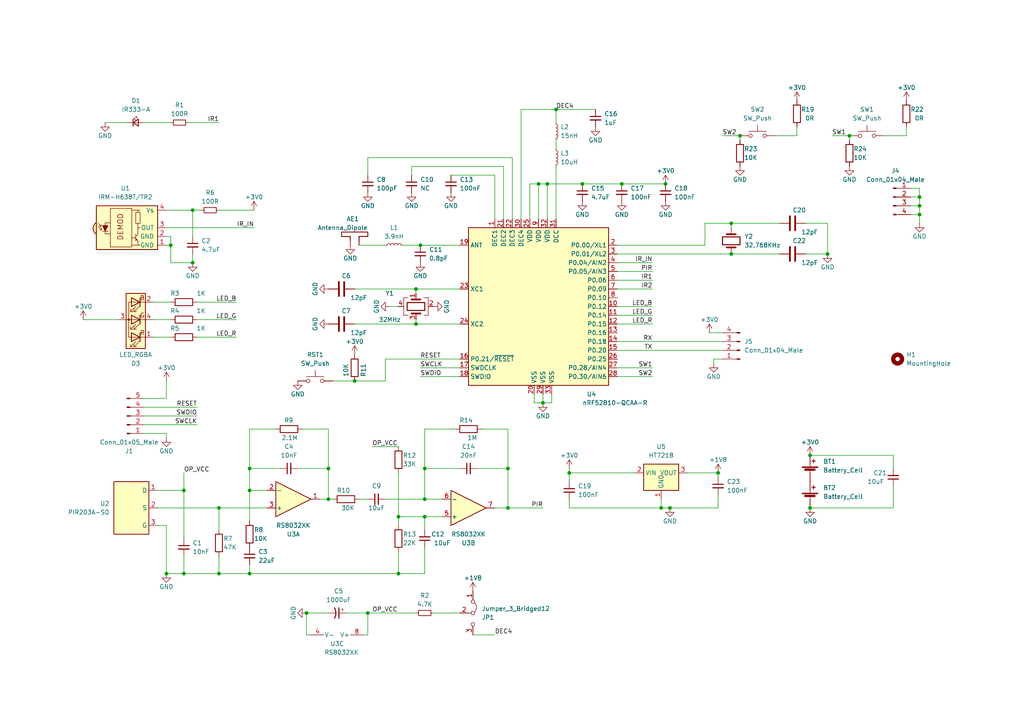
<source format=kicad_sch>
(kicad_sch (version 20211123) (generator eeschema)
  (paper "A4")
  (lib_symbols
    (symbol "Amplifier_Operational:LM358" (pin_names (offset 0.127))
      (property "Reference" "U" (at 0 5.08 0))
      (property "Value" "LM358" (at 0 -5.08 0))
      (symbol "LM358_1_1"
        (pin output line (at 7.62 0 180) (length 2.54) (name "~") (number "1"))
        (pin input line (at -7.62 -2.54 0) (length 2.54) (name "-") (number "2"))
        (pin input line (at -7.62 2.54 0) (length 2.54) (name "+") (number "3"))
      )
      (symbol "LM358_2_1"
        (pin input line (at -7.62 2.54 0) (length 2.54) (name "+") (number "5"))
        (pin input line (at -7.62 -2.54 0) (length 2.54) (name "-") (number "6"))
        (pin output line (at 7.62 0 180) (length 2.54) (name "~") (number "7"))
      )
      (symbol "LM358_3_1"
        (pin power_in line (at -2.54 -7.62 90) (length 3.81) (name "V-") (number "4"))
        (pin power_in line (at -2.54 7.62 270) (length 3.81) (name "V+") (number "8"))
      )
    )
    (symbol "Connector:Conn_01x04_Male" (pin_names (offset 1.016) hide)
      (property "Reference" "J" (at 0 5.08 0))
      (property "Value" "Conn_01x04_Male" (at 0 -7.62 0))
      (symbol "Conn_01x04_Male_1_1"
        (pin passive line (at 5.08 2.54 180) (length 3.81) (name "Pin_1") (number "1"))
        (pin passive line (at 5.08 0 180) (length 3.81) (name "Pin_2") (number "2"))
        (pin passive line (at 5.08 -2.54 180) (length 3.81) (name "Pin_3") (number "3"))
        (pin passive line (at 5.08 -5.08 180) (length 3.81) (name "Pin_4") (number "4"))
      )
    )
    (symbol "Connector:Conn_01x05_Male" (pin_names (offset 1.016) hide)
      (property "Reference" "J" (at 0 7.62 0))
      (property "Value" "Conn_01x05_Male" (at 0 -7.62 0))
      (symbol "Conn_01x05_Male_1_1"
        (pin passive line (at 5.08 5.08 180) (length 3.81) (name "Pin_1") (number "1"))
        (pin passive line (at 5.08 2.54 180) (length 3.81) (name "Pin_2") (number "2"))
        (pin passive line (at 5.08 0 180) (length 3.81) (name "Pin_3") (number "3"))
        (pin passive line (at 5.08 -2.54 180) (length 3.81) (name "Pin_4") (number "4"))
        (pin passive line (at 5.08 -5.08 180) (length 3.81) (name "Pin_5") (number "5"))
      )
    )
    (symbol "Device:Antenna_Dipole" (pin_numbers hide) (pin_names (offset 1.016) hide)
      (property "Reference" "AE" (at 1.27 1.27 0))
      (property "Value" "Antenna_Dipole" (at 1.27 0 0))
      (symbol "Antenna_Dipole_1_1"
        (pin input line (at 0 -5.08 90) (length 2.54) (name "~") (number "1"))
        (pin input line (at 2.54 -5.08 90) (length 2.54) (name "~") (number "2"))
      )
    )
    (symbol "Device:Battery_Cell" (pin_numbers hide) (pin_names (offset 0) hide)
      (property "Reference" "BT" (at 2.54 2.54 0))
      (property "Value" "Battery_Cell" (at 2.54 0 0))
      (symbol "Battery_Cell_1_1"
        (pin passive line (at 0 5.08 270) (length 2.54) (name "+") (number "1"))
        (pin passive line (at 0 -2.54 90) (length 2.54) (name "-") (number "2"))
      )
    )
    (symbol "Device:C" (pin_numbers hide) (pin_names (offset 0.254))
      (property "Reference" "C" (at 0.635 2.54 0))
      (property "Value" "C" (at 0.635 -2.54 0))
      (symbol "C_1_1"
        (pin passive line (at 0 3.81 270) (length 2.794) (name "~") (number "1"))
        (pin passive line (at 0 -3.81 90) (length 2.794) (name "~") (number "2"))
      )
    )
    (symbol "Device:C_Polarized_Small_US" (pin_numbers hide) (pin_names (offset 0.254) hide)
      (property "Reference" "C" (at 0.254 1.778 0))
      (property "Value" "C_Polarized_Small_US" (at 0.254 -2.032 0))
      (symbol "C_Polarized_Small_US_1_1"
        (pin passive line (at 0 2.54 270) (length 2.032) (name "~") (number "1"))
        (pin passive line (at 0 -2.54 90) (length 2.032) (name "~") (number "2"))
      )
    )
    (symbol "Device:C_Small" (pin_numbers hide) (pin_names (offset 0.254) hide)
      (property "Reference" "C" (at 0.254 1.778 0))
      (property "Value" "C_Small" (at 0.254 -2.032 0))
      (symbol "C_Small_1_1"
        (pin passive line (at 0 2.54 270) (length 2.032) (name "~") (number "1"))
        (pin passive line (at 0 -2.54 90) (length 2.032) (name "~") (number "2"))
      )
    )
    (symbol "Device:Crystal" (pin_numbers hide) (pin_names (offset 1.016) hide)
      (property "Reference" "Y" (at 0 3.81 0))
      (property "Value" "Crystal" (at 0 -3.81 0))
      (symbol "Crystal_1_1"
        (pin passive line (at -3.81 0 0) (length 1.27) (name "1") (number "1"))
        (pin passive line (at 3.81 0 180) (length 1.27) (name "2") (number "2"))
      )
    )
    (symbol "Device:Crystal_GND24" (pin_names (offset 1.016) hide)
      (property "Reference" "Y" (at 3.175 5.08 0))
      (property "Value" "Crystal_GND24" (at 3.175 3.175 0))
      (symbol "Crystal_GND24_1_1"
        (pin passive line (at -3.81 0 0) (length 1.27) (name "1") (number "1"))
        (pin passive line (at 0 5.08 270) (length 1.27) (name "2") (number "2"))
        (pin passive line (at 3.81 0 180) (length 1.27) (name "3") (number "3"))
        (pin passive line (at 0 -5.08 90) (length 1.27) (name "4") (number "4"))
      )
    )
    (symbol "Device:LED_RGBA" (pin_names (offset 0) hide)
      (property "Reference" "D1" (at 0 12.7 0))
      (property "Value" "LED_RGBA" (at 0 10.16 0))
      (symbol "LED_RGBA_0_0"
        (text "B" (at -1.905 -6.35 0) (effects (font (size 1.27 1.27))))
        (text "G" (at -1.905 -1.27 0) (effects (font (size 1.27 1.27))))
        (text "R" (at -1.905 3.81 0) (effects (font (size 1.27 1.27))))
      )
      (symbol "LED_RGBA_1_1"
        (pin passive line (at -5.08 5.08 0) (length 2.54) (name "RK") (number "1"))
        (pin passive line (at -5.08 -5.08 0) (length 2.54) (name "BK") (number "2"))
        (pin passive line (at 5.08 0 180) (length 2.54) (name "A") (number "3"))
        (pin passive line (at -5.08 0 0) (length 2.54) (name "GK") (number "4"))
      )
    )
    (symbol "Device:LED_Small" (pin_numbers hide) (pin_names (offset 0.254) hide)
      (property "Reference" "D" (at -1.27 3.175 0))
      (property "Value" "LED_Small" (at -4.445 -2.54 0))
      (symbol "LED_Small_1_1"
        (pin passive line (at -2.54 0 0) (length 1.778) (name "K") (number "1"))
        (pin passive line (at 2.54 0 180) (length 1.778) (name "A") (number "2"))
      )
    )
    (symbol "Device:L_Small" (pin_numbers hide) (pin_names (offset 0.254) hide)
      (property "Reference" "L" (at 0.762 1.016 0))
      (property "Value" "L_Small" (at 0.762 -1.016 0))
      (symbol "L_Small_1_1"
        (pin passive line (at 0 2.54 270) (length 0.508) (name "~") (number "1"))
        (pin passive line (at 0 -2.54 90) (length 0.508) (name "~") (number "2"))
      )
    )
    (symbol "Device:R" (pin_numbers hide) (pin_names (offset 0))
      (property "Reference" "R" (at 2.032 0 90))
      (property "Value" "R" (at 0 0 90))
      (symbol "R_1_1"
        (pin passive line (at 0 3.81 270) (length 1.27) (name "~") (number "1"))
        (pin passive line (at 0 -3.81 90) (length 1.27) (name "~") (number "2"))
      )
    )
    (symbol "Device:R_Small" (pin_numbers hide) (pin_names (offset 0.254) hide)
      (property "Reference" "R" (at 0.762 0.508 0))
      (property "Value" "R_Small" (at 0.762 -1.016 0))
      (symbol "R_Small_1_1"
        (pin passive line (at 0 2.54 270) (length 0.762) (name "~") (number "1"))
        (pin passive line (at 0 -2.54 90) (length 0.762) (name "~") (number "2"))
      )
    )
    (symbol "Interface_Optical:TSOP23xx" (pin_names (offset 1.016))
      (property "Reference" "U?" (at -1.735 11.43 0))
      (property "Value" "IRM-H638T/TR2" (at -1.735 8.89 0))
      (symbol "TSOP23xx_0_0"
        (text "DEMOD" (at -3.175 0.254 900) (effects (font (size 1.524 1.524))))
      )
      (symbol "TSOP23xx_1_1"
        (pin power_in line (at 10.16 -5.08 180) (length 2.54) (name "GND") (number "1"))
        (pin power_in line (at 10.16 -2.54 180) (length 2.54) (name "GND") (number "2"))
        (pin output line (at 10.16 0 180) (length 2.54) (name "OUT") (number "3"))
        (pin power_in line (at 10.16 5.08 180) (length 2.54) (name "Vs") (number "4"))
      )
    )
    (symbol "Jumper:Jumper_3_Bridged12" (pin_names (offset 0) hide)
      (property "Reference" "JP" (at -2.54 -2.54 0))
      (property "Value" "Jumper_3_Bridged12" (at 0 2.794 0))
      (symbol "Jumper_3_Bridged12_1_1"
        (pin passive line (at -6.35 0 0) (length 2.54) (name "A") (number "1"))
        (pin input line (at 0 -3.81 90) (length 2.54) (name "C") (number "2"))
        (pin passive line (at 6.35 0 180) (length 2.54) (name "B") (number "3"))
      )
    )
    (symbol "MCU_Nordic:nRF52810-QCxx"
      (property "Reference" "U4" (at 2.0194 -25.4 0))
      (property "Value" "nRF52810-QCAA-R" (at 2.0194 -27.94 0))
      (symbol "nRF52810-QCxx_1_1"
        (pin passive line (at -12.7 25.4 270) (length 2.54) (name "DEC1") (number "1"))
        (pin bidirectional line (at 22.86 0 180) (length 2.54) (name "P0.12") (number "10"))
        (pin bidirectional line (at 22.86 -2.54 180) (length 2.54) (name "P0.14") (number "11"))
        (pin bidirectional line (at 22.86 -5.08 180) (length 2.54) (name "P0.15") (number "12"))
        (pin bidirectional line (at 22.86 -7.62 180) (length 2.54) (name "P0.16") (number "13"))
        (pin bidirectional line (at 22.86 -10.16 180) (length 2.54) (name "P0.18") (number "14"))
        (pin bidirectional line (at 22.86 -12.7 180) (length 2.54) (name "P0.20") (number "15"))
        (pin bidirectional line (at -22.86 -15.24 0) (length 2.54) (name "P0.21/~{RESET}") (number "16"))
        (pin input line (at -22.86 -17.78 0) (length 2.54) (name "SWDCLK") (number "17"))
        (pin bidirectional line (at -22.86 -20.32 0) (length 2.54) (name "SWDIO") (number "18"))
        (pin passive line (at -22.86 17.78 0) (length 2.54) (name "ANT") (number "19"))
        (pin bidirectional line (at 22.86 17.78 180) (length 2.54) (name "P0.00/XL1") (number "2"))
        (pin power_in line (at -1.27 -25.4 90) (length 2.54) (name "VSS") (number "20"))
        (pin passive line (at -10.16 25.4 270) (length 2.54) (name "DEC2") (number "21"))
        (pin passive line (at -7.62 25.4 270) (length 2.54) (name "DEC3") (number "22"))
        (pin input line (at -22.86 5.08 0) (length 2.54) (name "XC1") (number "23"))
        (pin input line (at -22.86 -5.08 0) (length 2.54) (name "XC2") (number "24"))
        (pin power_in line (at -2.54 25.4 270) (length 2.54) (name "VDD") (number "25"))
        (pin bidirectional line (at 22.86 -15.24 180) (length 2.54) (name "P0.25") (number "26"))
        (pin bidirectional line (at 22.86 -17.78 180) (length 2.54) (name "P0.28/AIN4") (number "27"))
        (pin bidirectional line (at 22.86 -20.32 180) (length 2.54) (name "P0.30/AIN6") (number "28"))
        (pin power_in line (at 1.27 -25.4 90) (length 2.54) (name "VSS") (number "29"))
        (pin bidirectional line (at 22.86 15.24 180) (length 2.54) (name "P0.01/XL2") (number "3"))
        (pin passive line (at -5.08 25.4 270) (length 2.54) (name "DEC4") (number "30"))
        (pin power_out line (at 5.08 25.4 270) (length 2.54) (name "DCC") (number "31"))
        (pin power_in line (at 2.54 25.4 270) (length 2.54) (name "VDD") (number "32"))
        (pin power_in line (at 3.81 -25.4 90) (length 2.54) (name "VSS") (number "33"))
        (pin bidirectional line (at 22.86 12.7 180) (length 2.54) (name "P0.04/AIN2") (number "4"))
        (pin bidirectional line (at 22.86 10.16 180) (length 2.54) (name "P0.05/AIN3") (number "5"))
        (pin bidirectional line (at 22.86 7.62 180) (length 2.54) (name "P0.06") (number "6"))
        (pin bidirectional line (at 22.86 5.08 180) (length 2.54) (name "P0.09") (number "7"))
        (pin bidirectional line (at 22.86 2.54 180) (length 2.54) (name "P0.10") (number "8"))
        (pin power_in line (at 0 25.4 270) (length 2.54) (name "VDD") (number "9"))
      )
    )
    (symbol "Mechanical:MountingHole" (pin_names (offset 1.016))
      (property "Reference" "H" (at 0 5.08 0))
      (property "Value" "MountingHole" (at 0 3.175 0))
    )
    (symbol "Regulator_Linear:HT75xx-1-SOT89"
      (property "Reference" "U" (at -5.08 -3.81 0))
      (property "Value" "HT75xx-1-SOT89" (at 0 6.35 0))
      (symbol "HT75xx-1-SOT89_1_1"
        (pin power_in line (at 0 -5.08 90) (length 2.54) (name "GND") (number "1"))
        (pin power_in line (at -7.62 2.54 0) (length 2.54) (name "VIN") (number "2"))
        (pin power_out line (at 7.62 2.54 180) (length 2.54) (name "VOUT") (number "3"))
      )
    )
    (symbol "Sensor_Magnetic:A1101ELHL"
      (property "Reference" "U?" (at -6.35 1.2701 0))
      (property "Value" "PIR203A-S0" (at -6.35 -1.2699 0))
      (symbol "A1101ELHL_1_1"
        (pin passive line (at 7.62 5.08 180) (length 2.54) (name "D") (number "1"))
        (pin passive line (at 7.62 0 180) (length 2.54) (name "S") (number "2"))
        (pin passive line (at 7.62 -5.08 180) (length 2.54) (name "G") (number "3"))
      )
    )
    (symbol "Switch:SW_Push" (pin_numbers hide) (pin_names (offset 1.016) hide)
      (property "Reference" "SW" (at 1.27 2.54 0))
      (property "Value" "SW_Push" (at 0 -1.524 0))
      (symbol "SW_Push_0_1"
        (pin passive line (at -5.08 0 0) (length 2.54) (name "1") (number "1"))
        (pin passive line (at 5.08 0 180) (length 2.54) (name "2") (number "2"))
      )
    )
    (symbol "power:+1V8" (power) (pin_names (offset 0))
      (property "Value" "+1V8" (at 0 3.556 0))
      (symbol "+1V8_1_1"
        (pin power_in line (at 0 0 90) (length 0) hide (name "+1V8") (number "1"))
      )
    )
    (symbol "power:+3V0" (power) (pin_names (offset 0))
      (property "Value" "+3V0" (at 0 3.556 0))
      (symbol "+3V0_1_1"
        (pin power_in line (at 0 0 90) (length 0) hide (name "+3V0") (number "1"))
      )
    )
    (symbol "power:GND" (power) (pin_names (offset 0))
      (property "Value" "GND" (at 0 -3.81 0))
      (symbol "GND_1_1"
        (pin power_in line (at 0 0 270) (length 0) hide (name "GND") (number "1"))
      )
    )
  )
  (junction (at 88.9 177.8))
  (junction (at 161.29 31.75))
  (junction (at 191.77 147.32))
  (junction (at 266.7 59.69))
  (junction (at 246.38 39.37))
  (junction (at 193.04 53.34))
  (junction (at 95.25 135.89))
  (junction (at 208.28 137.16))
  (junction (at 49.53 71.12))
  (junction (at 214.63 39.37))
  (junction (at 63.5 147.32))
  (junction (at 123.19 149.86))
  (junction (at 165.1 137.16))
  (junction (at 102.87 110.49))
  (junction (at 240.03 73.66))
  (junction (at 147.32 147.32))
  (junction (at 212.09 73.66))
  (junction (at 120.65 93.98))
  (junction (at 156.21 53.34))
  (junction (at 72.39 135.89))
  (junction (at 115.57 166.37))
  (junction (at 115.57 149.86))
  (junction (at 72.39 142.24))
  (junction (at 180.34 53.34))
  (junction (at 266.7 57.15))
  (junction (at 72.39 166.37))
  (junction (at 157.48 116.84))
  (junction (at 123.19 135.89))
  (junction (at 55.88 60.96))
  (junction (at 120.65 83.82))
  (junction (at 63.5 166.37))
  (junction (at 106.68 177.8))
  (junction (at 121.92 71.12))
  (junction (at 147.32 135.89))
  (junction (at 95.25 144.78))
  (junction (at 48.26 166.37))
  (junction (at 234.95 132.08))
  (junction (at 212.09 64.77))
  (junction (at 53.34 166.37))
  (junction (at 123.19 144.78))
  (junction (at 266.7 62.23))
  (junction (at 194.31 147.32))
  (junction (at 158.75 53.34))
  (junction (at 234.95 147.32))
  (junction (at 55.88 76.2))
  (junction (at 53.34 142.24))
  (junction (at 168.91 53.34))
  (wire (pts (xy 143.51 50.8) (xy 143.51 63.5)))
  (wire (pts (xy 158.75 53.34) (xy 156.21 53.34)))
  (wire (pts (xy 53.34 142.24) (xy 45.72 142.24)))
  (wire (pts (xy 121.92 106.68) (xy 133.35 106.68)))
  (wire (pts (xy 147.32 147.32) (xy 143.51 147.32)))
  (wire (pts (xy 121.92 109.22) (xy 133.35 109.22)))
  (wire (pts (xy 133.35 104.14) (xy 111.76 104.14)))
  (wire (pts (xy 72.39 166.37) (xy 63.5 166.37)))
  (wire (pts (xy 41.91 35.56) (xy 49.53 35.56)))
  (wire (pts (xy 107.95 129.54) (xy 115.57 129.54)))
  (wire (pts (xy 63.5 166.37) (xy 53.34 166.37)))
  (wire (pts (xy 212.09 64.77) (xy 204.47 64.77)))
  (wire (pts (xy 57.15 92.71) (xy 68.58 92.71)))
  (wire (pts (xy 123.19 166.37) (xy 115.57 166.37)))
  (wire (pts (xy 133.35 93.98) (xy 120.65 93.98)))
  (wire (pts (xy 102.87 83.82) (xy 120.65 83.82)))
  (wire (pts (xy 88.9 184.15) (xy 88.9 177.8)))
  (wire (pts (xy 165.1 137.16) (xy 165.1 139.7)))
  (wire (pts (xy 179.07 101.6) (xy 209.55 101.6)))
  (wire (pts (xy 106.68 45.72) (xy 148.59 45.72)))
  (wire (pts (xy 259.08 140.97) (xy 259.08 147.32)))
  (wire (pts (xy 264.16 59.69) (xy 266.7 59.69)))
  (wire (pts (xy 151.13 31.75) (xy 151.13 63.5)))
  (wire (pts (xy 63.5 161.29) (xy 63.5 166.37)))
  (wire (pts (xy 256.54 39.37) (xy 262.89 39.37)))
  (wire (pts (xy 204.47 64.77) (xy 204.47 71.12)))
  (wire (pts (xy 138.43 135.89) (xy 147.32 135.89)))
  (wire (pts (xy 146.05 48.26) (xy 146.05 63.5)))
  (wire (pts (xy 48.26 110.49) (xy 48.26 115.57)))
  (wire (pts (xy 168.91 53.34) (xy 180.34 53.34)))
  (wire (pts (xy 123.19 144.78) (xy 128.27 144.78)))
  (wire (pts (xy 106.68 50.8) (xy 106.68 45.72)))
  (wire (pts (xy 157.48 114.3) (xy 157.48 116.84)))
  (wire (pts (xy 193.04 53.34) (xy 180.34 53.34)))
  (wire (pts (xy 262.89 36.83) (xy 262.89 39.37)))
  (wire (pts (xy 168.91 53.34) (xy 158.75 53.34)))
  (wire (pts (xy 115.57 166.37) (xy 72.39 166.37)))
  (wire (pts (xy 259.08 135.89) (xy 259.08 132.08)))
  (wire (pts (xy 49.53 97.79) (xy 44.45 97.79)))
  (wire (pts (xy 45.72 147.32) (xy 63.5 147.32)))
  (wire (pts (xy 179.07 99.06) (xy 209.55 99.06)))
  (wire (pts (xy 48.26 71.12) (xy 49.53 71.12)))
  (wire (pts (xy 106.68 184.15) (xy 106.68 177.8)))
  (wire (pts (xy 63.5 147.32) (xy 63.5 153.67)))
  (wire (pts (xy 209.55 96.52) (xy 205.74 96.52)))
  (wire (pts (xy 156.21 53.34) (xy 156.21 63.5)))
  (wire (pts (xy 264.16 62.23) (xy 266.7 62.23)))
  (wire (pts (xy 36.83 35.56) (xy 30.48 35.56)))
  (wire (pts (xy 115.57 149.86) (xy 123.19 149.86)))
  (wire (pts (xy 49.53 87.63) (xy 44.45 87.63)))
  (wire (pts (xy 264.16 57.15) (xy 266.7 57.15)))
  (wire (pts (xy 224.79 39.37) (xy 231.14 39.37)))
  (wire (pts (xy 207.01 104.14) (xy 207.01 105.41)))
  (wire (pts (xy 165.1 137.16) (xy 165.1 135.89)))
  (wire (pts (xy 160.02 114.3) (xy 160.02 116.84)))
  (wire (pts (xy 191.77 147.32) (xy 194.31 147.32)))
  (wire (pts (xy 179.07 93.98) (xy 189.23 93.98)))
  (wire (pts (xy 48.26 60.96) (xy 55.88 60.96)))
  (wire (pts (xy 48.26 125.73) (xy 48.26 127)))
  (wire (pts (xy 53.34 137.16) (xy 53.34 142.24)))
  (wire (pts (xy 208.28 143.51) (xy 208.28 147.32)))
  (wire (pts (xy 113.03 88.9) (xy 115.57 88.9)))
  (wire (pts (xy 49.53 76.2) (xy 55.88 76.2)))
  (wire (pts (xy 179.07 106.68) (xy 189.23 106.68)))
  (wire (pts (xy 48.26 68.58) (xy 49.53 68.58)))
  (wire (pts (xy 95.25 144.78) (xy 96.52 144.78)))
  (wire (pts (xy 115.57 160.02) (xy 115.57 166.37)))
  (wire (pts (xy 264.16 54.61) (xy 266.7 54.61)))
  (wire (pts (xy 266.7 54.61) (xy 266.7 57.15)))
  (wire (pts (xy 266.7 62.23) (xy 266.7 64.77)))
  (wire (pts (xy 240.03 73.66) (xy 233.68 73.66)))
  (wire (pts (xy 49.53 68.58) (xy 49.53 71.12)))
  (wire (pts (xy 41.91 118.11) (xy 57.15 118.11)))
  (wire (pts (xy 80.01 124.46) (xy 72.39 124.46)))
  (wire (pts (xy 179.07 73.66) (xy 212.09 73.66)))
  (wire (pts (xy 179.07 78.74) (xy 189.23 78.74)))
  (wire (pts (xy 241.3 39.37) (xy 246.38 39.37)))
  (wire (pts (xy 147.32 135.89) (xy 147.32 147.32)))
  (wire (pts (xy 92.71 144.78) (xy 95.25 144.78)))
  (wire (pts (xy 63.5 147.32) (xy 77.47 147.32)))
  (wire (pts (xy 179.07 81.28) (xy 189.23 81.28)))
  (wire (pts (xy 123.19 149.86) (xy 123.19 153.67)))
  (wire (pts (xy 234.95 132.08) (xy 259.08 132.08)))
  (wire (pts (xy 209.55 104.14) (xy 207.01 104.14)))
  (wire (pts (xy 246.38 39.37) (xy 246.38 40.64)))
  (wire (pts (xy 55.88 60.96) (xy 58.42 60.96)))
  (wire (pts (xy 130.81 50.8) (xy 143.51 50.8)))
  (wire (pts (xy 48.26 115.57) (xy 41.91 115.57)))
  (wire (pts (xy 161.29 35.56) (xy 161.29 31.75)))
  (wire (pts (xy 165.1 137.16) (xy 184.15 137.16)))
  (wire (pts (xy 123.19 135.89) (xy 123.19 144.78)))
  (wire (pts (xy 120.65 93.98) (xy 120.65 92.71)))
  (wire (pts (xy 95.25 135.89) (xy 95.25 144.78)))
  (wire (pts (xy 104.14 144.78) (xy 106.68 144.78)))
  (wire (pts (xy 160.02 116.84) (xy 157.48 116.84)))
  (wire (pts (xy 55.88 76.2) (xy 55.88 73.66)))
  (wire (pts (xy 41.91 125.73) (xy 48.26 125.73)))
  (wire (pts (xy 72.39 142.24) (xy 77.47 142.24)))
  (wire (pts (xy 48.26 166.37) (xy 53.34 166.37)))
  (wire (pts (xy 212.09 64.77) (xy 212.09 66.04)))
  (wire (pts (xy 266.7 57.15) (xy 266.7 59.69)))
  (wire (pts (xy 63.5 60.96) (xy 73.66 60.96)))
  (wire (pts (xy 102.87 93.98) (xy 120.65 93.98)))
  (wire (pts (xy 53.34 166.37) (xy 53.34 161.29)))
  (wire (pts (xy 147.32 147.32) (xy 157.48 147.32)))
  (wire (pts (xy 116.84 71.12) (xy 121.92 71.12)))
  (wire (pts (xy 86.36 135.89) (xy 95.25 135.89)))
  (wire (pts (xy 72.39 135.89) (xy 72.39 142.24)))
  (wire (pts (xy 115.57 137.16) (xy 115.57 149.86)))
  (wire (pts (xy 105.41 184.15) (xy 106.68 184.15)))
  (wire (pts (xy 24.13 92.71) (xy 34.29 92.71)))
  (wire (pts (xy 119.38 48.26) (xy 146.05 48.26)))
  (wire (pts (xy 115.57 149.86) (xy 115.57 152.4)))
  (wire (pts (xy 165.1 147.32) (xy 191.77 147.32)))
  (wire (pts (xy 147.32 124.46) (xy 147.32 135.89)))
  (wire (pts (xy 48.26 152.4) (xy 48.26 166.37)))
  (wire (pts (xy 54.61 35.56) (xy 63.5 35.56)))
  (wire (pts (xy 72.39 124.46) (xy 72.39 135.89)))
  (wire (pts (xy 208.28 137.16) (xy 208.28 138.43)))
  (wire (pts (xy 161.29 40.64) (xy 161.29 43.18)))
  (wire (pts (xy 72.39 163.83) (xy 72.39 166.37)))
  (wire (pts (xy 111.76 110.49) (xy 102.87 110.49)))
  (wire (pts (xy 154.94 114.3) (xy 154.94 116.84)))
  (wire (pts (xy 139.7 124.46) (xy 147.32 124.46)))
  (wire (pts (xy 41.91 123.19) (xy 57.15 123.19)))
  (wire (pts (xy 231.14 36.83) (xy 231.14 39.37)))
  (wire (pts (xy 123.19 124.46) (xy 123.19 135.89)))
  (wire (pts (xy 120.65 83.82) (xy 133.35 83.82)))
  (wire (pts (xy 179.07 88.9) (xy 189.23 88.9)))
  (wire (pts (xy 191.77 144.78) (xy 191.77 147.32)))
  (wire (pts (xy 95.25 124.46) (xy 95.25 135.89)))
  (wire (pts (xy 57.15 97.79) (xy 68.58 97.79)))
  (wire (pts (xy 90.17 184.15) (xy 88.9 184.15)))
  (wire (pts (xy 233.68 64.77) (xy 240.03 64.77)))
  (wire (pts (xy 214.63 39.37) (xy 214.63 40.64)))
  (wire (pts (xy 88.9 177.8) (xy 95.25 177.8)))
  (wire (pts (xy 153.67 63.5) (xy 153.67 53.34)))
  (wire (pts (xy 161.29 48.26) (xy 161.29 63.5)))
  (wire (pts (xy 121.92 71.12) (xy 133.35 71.12)))
  (wire (pts (xy 179.07 91.44) (xy 189.23 91.44)))
  (wire (pts (xy 104.14 71.12) (xy 111.76 71.12)))
  (wire (pts (xy 179.07 83.82) (xy 189.23 83.82)))
  (wire (pts (xy 209.55 39.37) (xy 214.63 39.37)))
  (wire (pts (xy 111.76 104.14) (xy 111.76 110.49)))
  (wire (pts (xy 55.88 60.96) (xy 55.88 68.58)))
  (wire (pts (xy 123.19 149.86) (xy 128.27 149.86)))
  (wire (pts (xy 41.91 120.65) (xy 57.15 120.65)))
  (wire (pts (xy 158.75 53.34) (xy 158.75 63.5)))
  (wire (pts (xy 106.68 177.8) (xy 120.65 177.8)))
  (wire (pts (xy 57.15 87.63) (xy 68.58 87.63)))
  (wire (pts (xy 161.29 31.75) (xy 172.72 31.75)))
  (wire (pts (xy 137.16 184.15) (xy 143.51 184.15)))
  (wire (pts (xy 120.65 83.82) (xy 120.65 85.09)))
  (wire (pts (xy 111.76 144.78) (xy 123.19 144.78)))
  (wire (pts (xy 161.29 31.75) (xy 151.13 31.75)))
  (wire (pts (xy 81.28 135.89) (xy 72.39 135.89)))
  (wire (pts (xy 154.94 116.84) (xy 157.48 116.84)))
  (wire (pts (xy 49.53 92.71) (xy 44.45 92.71)))
  (wire (pts (xy 87.63 124.46) (xy 95.25 124.46)))
  (wire (pts (xy 148.59 45.72) (xy 148.59 63.5)))
  (wire (pts (xy 204.47 71.12) (xy 179.07 71.12)))
  (wire (pts (xy 212.09 73.66) (xy 226.06 73.66)))
  (wire (pts (xy 45.72 152.4) (xy 48.26 152.4)))
  (wire (pts (xy 72.39 151.13) (xy 72.39 142.24)))
  (wire (pts (xy 199.39 137.16) (xy 208.28 137.16)))
  (wire (pts (xy 153.67 53.34) (xy 156.21 53.34)))
  (wire (pts (xy 208.28 147.32) (xy 194.31 147.32)))
  (wire (pts (xy 96.52 110.49) (xy 102.87 110.49)))
  (wire (pts (xy 266.7 59.69) (xy 266.7 62.23)))
  (wire (pts (xy 119.38 50.8) (xy 119.38 48.26)))
  (wire (pts (xy 53.34 142.24) (xy 53.34 156.21)))
  (wire (pts (xy 133.35 135.89) (xy 123.19 135.89)))
  (wire (pts (xy 123.19 158.75) (xy 123.19 166.37)))
  (wire (pts (xy 125.73 177.8) (xy 133.35 177.8)))
  (wire (pts (xy 179.07 109.22) (xy 189.23 109.22)))
  (wire (pts (xy 132.08 124.46) (xy 123.19 124.46)))
  (wire (pts (xy 106.68 177.8) (xy 100.33 177.8)))
  (wire (pts (xy 165.1 144.78) (xy 165.1 147.32)))
  (wire (pts (xy 49.53 71.12) (xy 49.53 76.2)))
  (wire (pts (xy 240.03 64.77) (xy 240.03 73.66)))
  (wire (pts (xy 234.95 147.32) (xy 259.08 147.32)))
  (wire (pts (xy 179.07 76.2) (xy 189.23 76.2)))
  (wire (pts (xy 48.26 66.04) (xy 73.66 66.04)))
  (wire (pts (xy 226.06 64.77) (xy 212.09 64.77)))
  (label "PIR" (at 189.23 78.74 180))
  (label "OP_VCC" (at 53.34 137.16 0))
  (label "OP_VCC" (at 107.95 129.54 0))
  (label "RESET" (at 121.92 104.14 0))
  (label "LED_B" (at 189.23 88.9 180))
  (label "RX" (at 189.23 99.06 180))
  (label "LED_B" (at 68.58 87.63 180))
  (label "IR_IN" (at 73.66 66.04 180))
  (label "SW1" (at 189.23 106.68 180))
  (label "SWDIO" (at 57.15 120.65 180))
  (label "SWCLK" (at 121.92 106.68 0))
  (label "PIR" (at 157.48 147.32 180))
  (label "LED_R" (at 189.23 93.98 180))
  (label "IR1" (at 189.23 81.28 180))
  (label "RESET" (at 57.15 118.11 180))
  (label "DEC4" (at 161.29 31.75 0))
  (label "TX" (at 189.23 101.6 180))
  (label "LED_G" (at 68.58 92.71 180))
  (label "SW2" (at 189.23 109.22 180))
  (label "LED_R" (at 68.58 97.79 180))
  (label "DEC4" (at 143.51 184.15 0))
  (label "LED_G" (at 189.23 91.44 180))
  (label "OP_VCC" (at 107.95 177.8 0))
  (label "IR1" (at 63.5 35.56 180))
  (label "SWDIO" (at 121.92 109.22 0))
  (label "IR2" (at 189.23 83.82 180))
  (label "SWCLK" (at 57.15 123.19 180))
  (label "SW2" (at 209.55 39.37 0))
  (label "IR_IN" (at 189.23 76.2 180))
  (label "SW1" (at 241.3 39.37 0))
  (symbol (lib_id "Device:C_Small") (at 208.28 140.97 0) (unit 1)
    (property "Reference" "C23" (at 210.82 139.7062 0) (effects (justify left)))
    (property "Value" "100nF" (at 210.82 142.2462 0) (effects (justify left)))
    (property "Footprint" "Capacitor_SMD:C_0402_1005Metric" (effects hide))
  )
  (symbol (lib_id "power:GND") (at 48.26 166.37 0) (unit 1)
    (property "Reference" "#PWR05" (effects hide))
    (property "Value" "GND" (at 48.26 170.18 0))
  )
  (symbol (lib_id "power:GND") (at 95.25 93.98 270) (unit 1)
    (property "Reference" "#PWR012" (effects hide))
    (property "Value" "GND" (at 91.44 93.98 0))
  )
  (symbol (lib_id "Device:R") (at 53.34 97.79 90) (unit 1)
    (property "Reference" "R5" (at 52.07 95.25 90) (effects (justify left)))
    (property "Value" "1K" (at 59.69 95.25 90) (effects (justify left)))
    (property "Footprint" "Resistor_SMD:R_0402_1005Metric" (effects hide))
    (property "LCSC PN" "C11702" (effects hide))
  )
  (symbol (lib_id "Device:C_Small") (at 165.1 142.24 0) (unit 1)
    (property "Reference" "C19" (at 167.64 140.9762 0) (effects (justify left)))
    (property "Value" "100nF" (at 167.64 143.5162 0) (effects (justify left)))
    (property "Footprint" "Capacitor_SMD:C_0402_1005Metric" (effects hide))
  )
  (symbol (lib_id "Device:L_Small") (at 114.3 71.12 90) (unit 1)
    (property "Reference" "L1" (at 114.3 66.04 90))
    (property "Value" "3.9nH" (at 114.3 68.58 90))
    (property "Footprint" "Inductor_SMD:L_0402_1005Metric" (effects hide))
    (property "Description" "High frequency chip inductor ±5%" (effects hide))
  )
  (symbol (lib_id "power:GND") (at 55.88 76.2 0) (unit 1)
    (property "Reference" "#PWR07" (effects hide))
    (property "Value" "GND" (at 55.88 80.01 0))
  )
  (symbol (lib_id "power:GND") (at 266.7 64.77 0) (unit 1)
    (property "Reference" "#PWR0101" (effects hide))
    (property "Value" "GND" (at 266.7 68.58 0))
  )
  (symbol (lib_id "power:GND") (at 86.36 110.49 0) (unit 1)
    (property "Reference" "#PWR016" (effects hide))
    (property "Value" "GND" (at 86.36 114.3 0))
  )
  (symbol (lib_id "power:+3V0") (at 193.04 53.34 0) (unit 1)
    (property "Reference" "#PWR0112" (effects hide))
    (property "Value" "+3V0" (at 193.04 49.53 0))
  )
  (symbol (lib_id "power:+3V0") (at 262.89 29.21 0) (unit 1)
    (property "Reference" "#PWR0110" (effects hide))
    (property "Value" "+3V0" (at 262.89 25.4 0))
  )
  (symbol (lib_id "Device:C_Polarized_Small_US") (at 97.79 177.8 270) (unit 1)
    (property "Reference" "C5" (at 98.2218 171.45 90))
    (property "Value" "1000uF" (at 98.2218 173.99 90))
    (property "Footprint" "Capacitor_SMD:CP_Elec_8x10.5" (effects hide))
    (property "LCSC" "C99833" (effects hide))
  )
  (symbol (lib_id "Device:C") (at 229.87 64.77 270) (unit 1)
    (property "Reference" "C20" (at 229.87 60.96 90) (effects (justify left)))
    (property "Value" "12pF" (at 232.41 67.31 90) (effects (justify left)))
    (property "Footprint" "Capacitor_SMD:C_0402_1005Metric" (effects hide))
    (property "LCSC PN" "C1547" (effects hide))
  )
  (symbol (lib_id "power:+3V0") (at 205.74 96.52 0) (unit 1)
    (property "Reference" "#PWR0113" (effects hide))
    (property "Value" "+3V0" (at 205.74 92.71 0))
  )
  (symbol (lib_id "Device:R") (at 72.39 154.94 0) (unit 1)
    (property "Reference" "R8" (at 73.66 153.67 0) (effects (justify left)))
    (property "Value" "10K" (at 73.66 156.21 0) (effects (justify left)))
    (property "Footprint" "Resistor_SMD:R_0402_1005Metric" (effects hide))
  )
  (symbol (lib_id "Device:R") (at 83.82 124.46 90) (unit 1)
    (property "Reference" "R9" (at 85.09 121.92 90) (effects (justify left)))
    (property "Value" "2.1M" (at 86.36 127 90) (effects (justify left)))
    (property "Footprint" "Resistor_SMD:R_0603_1608Metric" (effects hide))
  )
  (symbol (lib_id "Device:C_Small") (at 109.22 144.78 90) (unit 1)
    (property "Reference" "C9" (at 109.22 140.97 90))
    (property "Value" "10uF" (at 109.22 147.32 90))
    (property "Footprint" "Capacitor_SMD:C_1206_3216Metric" (effects hide))
  )
  (symbol (lib_id "Sensor_Magnetic:A1101ELHL") (at 38.1 147.32 0) (unit 1)
    (property "Reference" "U2" (at 31.75 146.0499 0) (effects (justify right)))
    (property "Value" "PIR203A-S0" (at 31.75 148.5899 0) (effects (justify right)))
    (property "Footprint" "Package_TO_SOT_THT:TO-39-3" (effects hide))
    (property "LCSC" "C2887899" (effects hide))
  )
  (symbol (lib_id "Connector:Conn_01x05_Male") (at 36.83 120.65 0) (mirror x) (unit 1)
    (property "Reference" "J1" (at 37.465 130.81 0))
    (property "Value" "Conn_01x05_Male" (at 37.465 128.27 0))
    (property "Footprint" "Connector_PinHeader_2.54mm:PinHeader_1x05_P2.54mm_Vertical" (effects hide))
  )
  (symbol (lib_id "Device:C_Small") (at 180.34 55.88 0) (unit 1)
    (property "Reference" "C17" (at 182.88 54.6162 0) (effects (justify left)))
    (property "Value" "100nF" (at 182.88 57.1562 0) (effects (justify left)))
    (property "Footprint" "Capacitor_SMD:C_0402_1005Metric" (effects hide))
  )
  (symbol (lib_id "Switch:SW_Push") (at 219.71 39.37 0) (unit 1)
    (property "Reference" "SW2" (at 219.71 31.75 0))
    (property "Value" "SW_Push" (at 219.71 34.29 0))
    (property "Footprint" "Button_Switch_SMD:SW_SPST_EVQPE1" (effects hide))
    (property "LCSC PN" "C720477" (effects hide))
  )
  (symbol (lib_id "Device:R_Small") (at 123.19 177.8 90) (unit 1)
    (property "Reference" "R2" (at 123.19 172.72 90))
    (property "Value" "4.7K" (at 123.19 175.26 90))
    (property "Footprint" "Resistor_SMD:R_0603_1608Metric" (effects hide))
  )
  (symbol (lib_id "power:+1V8") (at 208.28 137.16 0) (unit 1)
    (property "Reference" "#PWR0118" (effects hide))
    (property "Value" "+1V8" (at 208.28 133.35 0))
  )
  (symbol (lib_id "Device:C") (at 229.87 73.66 270) (unit 1)
    (property "Reference" "C22" (at 229.87 69.85 90) (effects (justify left)))
    (property "Value" "12pF" (at 232.41 76.2 90) (effects (justify left)))
    (property "Footprint" "Capacitor_SMD:C_0402_1005Metric" (effects hide))
  )
  (symbol (lib_id "Device:R") (at 53.34 92.71 90) (unit 1)
    (property "Reference" "R4" (at 52.07 90.17 90) (effects (justify left)))
    (property "Value" "1K" (at 59.69 90.17 90) (effects (justify left)))
    (property "Footprint" "Resistor_SMD:R_0402_1005Metric" (effects hide))
    (property "LCSC PN" "C11702" (effects hide))
  )
  (symbol (lib_id "Device:R") (at 262.89 33.02 180) (unit 1)
    (property "Reference" "R22" (at 267.97 31.75 0) (effects (justify left)))
    (property "Value" "0R" (at 267.97 34.29 0) (effects (justify left)))
    (property "Footprint" "Resistor_SMD:R_0402_1005Metric" (effects hide))
  )
  (symbol (lib_id "Device:C_Small") (at 123.19 156.21 180) (unit 1)
    (property "Reference" "C12" (at 127 154.94 0))
    (property "Value" "10uF" (at 128.27 157.48 0))
    (property "Footprint" "Capacitor_SMD:C_1206_3216Metric" (effects hide))
  )
  (symbol (lib_id "power:GND") (at 214.63 48.26 0) (unit 1)
    (property "Reference" "#PWR034" (effects hide))
    (property "Value" "GND" (at 214.63 52.07 0))
  )
  (symbol (lib_id "Jumper:Jumper_3_Bridged12") (at 137.16 177.8 270) (unit 1)
    (property "Reference" "JP1" (at 139.7 179.0701 90) (effects (justify left)))
    (property "Value" "Jumper_3_Bridged12" (at 139.7 176.5301 90) (effects (justify left)))
    (property "Footprint" "Connector_PinHeader_2.54mm:PinHeader_1x03_P2.54mm_Vertical" (effects hide))
  )
  (symbol (lib_id "Device:Crystal") (at 212.09 69.85 90) (unit 1)
    (property "Reference" "Y2" (at 215.9 68.5799 90) (effects (justify right)))
    (property "Value" "32.768KHz" (at 215.9 71.1199 90) (effects (justify right)))
    (property "Footprint" "Crystal:Crystal_SMD_3215-2Pin_3.2x1.5mm" (effects hide))
    (property "LCSC" "C32346" (effects hide))
  )
  (symbol (lib_id "Device:C_Small") (at 83.82 135.89 90) (unit 1)
    (property "Reference" "C4" (at 83.8263 129.54 90))
    (property "Value" "10nF" (at 83.8263 132.08 90))
    (property "Footprint" "Capacitor_SMD:C_0402_1005Metric" (effects hide))
  )
  (symbol (lib_id "power:GND") (at 180.34 58.42 0) (unit 1)
    (property "Reference" "#PWR027" (effects hide))
    (property "Value" "GND" (at 180.34 62.23 0))
  )
  (symbol (lib_id "Device:R_Small") (at 52.07 35.56 90) (unit 1)
    (property "Reference" "R1" (at 52.07 30.48 90))
    (property "Value" "100R" (at 52.07 33.02 90))
    (property "Footprint" "Resistor_SMD:R_0603_1608Metric" (effects hide))
  )
  (symbol (lib_id "Device:C_Small") (at 121.92 73.66 0) (unit 1)
    (property "Reference" "C11" (at 124.46 72.3962 0) (effects (justify left)))
    (property "Value" "0.8pF" (at 124.46 74.9362 0) (effects (justify left)))
    (property "Footprint" "Capacitor_SMD:C_0402_1005Metric" (effects hide))
  )
  (symbol (lib_id "power:GND") (at 194.31 147.32 0) (unit 1)
    (property "Reference" "#PWR0117" (effects hide))
    (property "Value" "GND" (at 194.31 151.13 0))
  )
  (symbol (lib_id "power:GND") (at 157.48 116.84 0) (unit 1)
    (property "Reference" "#PWR024" (effects hide))
    (property "Value" "GND" (at 157.48 120.65 0))
  )
  (symbol (lib_id "Device:R") (at 214.63 44.45 180) (unit 1)
    (property "Reference" "R23" (at 219.71 43.18 0) (effects (justify left)))
    (property "Value" "10K" (at 219.71 45.72 0) (effects (justify left)))
    (property "Footprint" "Resistor_SMD:R_0402_1005Metric" (effects hide))
  )
  (symbol (lib_id "Device:C_Small") (at 135.89 135.89 90) (unit 1)
    (property "Reference" "C14" (at 135.8963 129.54 90))
    (property "Value" "20nF" (at 135.8963 132.08 90))
    (property "Footprint" "Capacitor_SMD:C_0603_1608Metric" (effects hide))
  )
  (symbol (lib_id "Device:C_Small") (at 172.72 34.29 0) (unit 1)
    (property "Reference" "C16" (at 175.26 33.0262 0) (effects (justify left)))
    (property "Value" "1uF" (at 175.26 35.5662 0) (effects (justify left)))
    (property "Footprint" "Capacitor_SMD:C_0603_1608Metric" (effects hide))
  )
  (symbol (lib_id "Device:Battery_Cell") (at 234.95 137.16 0) (unit 1)
    (property "Reference" "BT1" (at 238.76 133.8579 0) (effects (justify left)))
    (property "Value" "Battery_Cell" (at 238.76 136.3979 0) (effects (justify left)))
    (property "Footprint" "Motion_sense:AA Batt" (effects hide))
  )
  (symbol (lib_id "Device:C_Small") (at 55.88 71.12 0) (unit 1)
    (property "Reference" "C2" (at 58.42 69.8562 0) (effects (justify left)))
    (property "Value" "4.7uF" (at 58.42 72.3962 0) (effects (justify left)))
    (property "Footprint" "Capacitor_SMD:C_0603_1608Metric" (effects hide))
  )
  (symbol (lib_id "Device:R_Small") (at 60.96 60.96 90) (unit 1)
    (property "Reference" "R6" (at 60.96 55.88 90))
    (property "Value" "100R" (at 60.96 58.42 90))
    (property "Footprint" "Resistor_SMD:R_0603_1608Metric" (effects hide))
  )
  (symbol (lib_id "power:GND") (at 172.72 36.83 0) (unit 1)
    (property "Reference" "#PWR026" (effects hide))
    (property "Value" "GND" (at 172.72 40.64 0))
  )
  (symbol (lib_id "power:GND") (at 240.03 73.66 0) (unit 1)
    (property "Reference" "#PWR03" (effects hide))
    (property "Value" "GND" (at 240.03 77.47 0))
  )
  (symbol (lib_id "Device:L_Small") (at 161.29 45.72 0) (unit 1)
    (property "Reference" "L3" (at 162.56 44.4499 0) (effects (justify left)))
    (property "Value" "10uH" (at 162.56 46.9899 0) (effects (justify left)))
    (property "Footprint" "Inductor_SMD:L_0603_1608Metric" (effects hide))
    (property "Description" "Chip inductor, IDC,min = 50 mA, ±20%" (effects hide))
  )
  (symbol (lib_id "Device:Battery_Cell") (at 234.95 144.78 0) (unit 1)
    (property "Reference" "BT2" (at 238.76 141.4779 0) (effects (justify left)))
    (property "Value" "Battery_Cell" (at 238.76 144.0179 0) (effects (justify left)))
    (property "Footprint" "Motion_sense:AA Batt" (effects hide))
  )
  (symbol (lib_id "power:GND") (at 193.04 58.42 0) (unit 1)
    (property "Reference" "#PWR029" (effects hide))
    (property "Value" "GND" (at 193.04 62.23 0))
  )
  (symbol (lib_id "Amplifier_Operational:LM358") (at 97.79 186.69 270) (unit 3)
    (property "Reference" "U3" (at 97.79 186.69 90))
    (property "Value" "RS8032XK" (at 99.06 189.23 90))
    (property "Footprint" "Package_SO:SOIC-8_3.9x4.9mm_P1.27mm" (effects hide))
    (property "LCSC" "C237005" (effects hide))
  )
  (symbol (lib_id "Device:R") (at 246.38 44.45 180) (unit 1)
    (property "Reference" "R24" (at 251.46 43.18 0) (effects (justify left)))
    (property "Value" "10K" (at 251.46 45.72 0) (effects (justify left)))
    (property "Footprint" "Resistor_SMD:R_0402_1005Metric" (effects hide))
  )
  (symbol (lib_id "power:GND") (at 101.6 71.12 0) (unit 1)
    (property "Reference" "#PWR014" (effects hide))
    (property "Value" "GND" (at 101.6 74.93 0))
  )
  (symbol (lib_id "Regulator_Linear:HT75xx-1-SOT89") (at 191.77 139.7 0) (unit 1)
    (property "Reference" "U5" (at 191.77 129.54 0))
    (property "Value" "HT7218" (at 191.77 132.08 0))
    (property "Footprint" "Package_TO_SOT_SMD:SOT-89-3" (effects hide))
    (property "LCSC" "C259233" (effects hide))
  )
  (symbol (lib_id "Switch:SW_Push") (at 251.46 39.37 0) (unit 1)
    (property "Reference" "SW1" (at 251.46 31.75 0))
    (property "Value" "SW_Push" (at 251.46 34.29 0))
    (property "Footprint" "Button_Switch_SMD:SW_SPST_EVQPE1" (effects hide))
    (property "LCSC PN" "C720477" (effects hide))
  )
  (symbol (lib_id "Device:C_Small") (at 72.39 161.29 0) (unit 1)
    (property "Reference" "C3" (at 74.93 160.0262 0) (effects (justify left)))
    (property "Value" "22uF" (at 74.93 162.5662 0) (effects (justify left)))
    (property "Footprint" "Capacitor_SMD:C_1206_3216Metric" (effects hide))
  )
  (symbol (lib_id "Device:C_Small") (at 259.08 138.43 180) (unit 1)
    (property "Reference" "C21" (at 255.27 137.16 0))
    (property "Value" "10uF" (at 254 139.7 0))
    (property "Footprint" "Capacitor_SMD:C_1206_3216Metric" (effects hide))
  )
  (symbol (lib_id "power:GND") (at 130.81 55.88 0) (unit 1)
    (property "Reference" "#PWR023" (effects hide))
    (property "Value" "GND" (at 130.81 59.69 0))
  )
  (symbol (lib_id "Device:C") (at 99.06 93.98 270) (unit 1)
    (property "Reference" "C7" (at 99.06 90.17 90) (effects (justify left)))
    (property "Value" "12pF" (at 101.6 96.52 90) (effects (justify left)))
    (property "Footprint" "Capacitor_SMD:C_0402_1005Metric" (effects hide))
  )
  (symbol (lib_id "Device:L_Small") (at 161.29 38.1 0) (unit 1)
    (property "Reference" "L2" (at 162.56 36.8299 0) (effects (justify left)))
    (property "Value" "15nH" (at 162.56 39.3699 0) (effects (justify left)))
    (property "Footprint" "Inductor_SMD:L_0402_1005Metric" (effects hide))
    (property "Description" "High frequency chip inductor ±10%" (effects hide))
  )
  (symbol (lib_id "power:GND") (at 95.25 83.82 270) (unit 1)
    (property "Reference" "#PWR011" (effects hide))
    (property "Value" "GND" (at 91.44 83.82 0))
  )
  (symbol (lib_id "Device:Antenna_Dipole") (at 104.14 66.04 0) (mirror y) (unit 1)
    (property "Reference" "AE1" (at 104.14 63.5 0) (effects (justify left)))
    (property "Value" "Antenna_Dipole" (at 106.68 66.04 0) (effects (justify left)))
    (property "Footprint" "RF_Antenna:Texas_SWRA117D_2.4GHz_Right" (effects hide))
  )
  (symbol (lib_id "power:GND") (at 207.01 105.41 0) (unit 1)
    (property "Reference" "#PWR035" (effects hide))
    (property "Value" "GND" (at 207.01 109.22 0))
  )
  (symbol (lib_id "Device:C_Small") (at 106.68 53.34 0) (unit 1)
    (property "Reference" "C8" (at 109.22 52.0762 0) (effects (justify left)))
    (property "Value" "100pF" (at 109.22 54.6162 0) (effects (justify left)))
    (property "Footprint" "Capacitor_SMD:C_0402_1005Metric" (effects hide))
  )
  (symbol (lib_id "Device:LED_Small") (at 39.37 35.56 0) (unit 1)
    (property "Reference" "D1" (at 39.4335 29.21 0))
    (property "Value" "IR333-A" (at 39.4335 31.75 0))
    (property "Footprint" "LED_THT:LED_D5.0mm" (effects hide))
    (property "LCSC" "C264290" (effects hide))
  )
  (symbol (lib_id "power:+3V0") (at 234.95 132.08 0) (unit 1)
    (property "Reference" "#PWR0115" (effects hide))
    (property "Value" "+3V0" (at 234.95 128.27 0))
  )
  (symbol (lib_id "power:GND") (at 88.9 177.8 270) (unit 1)
    (property "Reference" "#PWR0103" (effects hide))
    (property "Value" "GND" (at 85.09 177.8 0))
  )
  (symbol (lib_id "Device:C_Small") (at 193.04 55.88 0) (unit 1)
    (property "Reference" "C18" (at 195.58 54.6162 0) (effects (justify left)))
    (property "Value" "100nF" (at 195.58 57.1562 0) (effects (justify left)))
    (property "Footprint" "Capacitor_SMD:C_0402_1005Metric" (effects hide))
  )
  (symbol (lib_id "power:+3V0") (at 24.13 92.71 0) (unit 1)
    (property "Reference" "#PWR0107" (effects hide))
    (property "Value" "+3V0" (at 24.13 88.9 0))
  )
  (symbol (lib_id "Device:R") (at 53.34 87.63 90) (unit 1)
    (property "Reference" "R3" (at 52.07 85.09 90) (effects (justify left)))
    (property "Value" "1K" (at 59.69 85.09 90) (effects (justify left)))
    (property "Footprint" "Resistor_SMD:R_0402_1005Metric" (effects hide))
    (property "LCSC PN" "C11702" (effects hide))
  )
  (symbol (lib_id "power:GND") (at 121.92 76.2 0) (unit 1)
    (property "Reference" "#PWR021" (effects hide))
    (property "Value" "GND" (at 121.92 80.01 0))
  )
  (symbol (lib_id "power:GND") (at 106.68 55.88 0) (unit 1)
    (property "Reference" "#PWR015" (effects hide))
    (property "Value" "GND" (at 106.68 59.69 0))
  )
  (symbol (lib_id "Device:C_Small") (at 130.81 53.34 0) (unit 1)
    (property "Reference" "C13" (at 133.35 52.0762 0) (effects (justify left)))
    (property "Value" "100nF" (at 133.35 54.6162 0) (effects (justify left)))
    (property "Footprint" "Capacitor_SMD:C_0402_1005Metric" (effects hide))
  )
  (symbol (lib_id "power:+3V0") (at 165.1 135.89 0) (unit 1)
    (property "Reference" "#PWR0116" (effects hide))
    (property "Value" "+3V0" (at 165.1 132.08 0))
  )
  (symbol (lib_id "power:+3V0") (at 231.14 29.21 0) (unit 1)
    (property "Reference" "#PWR0111" (effects hide))
    (property "Value" "+3V0" (at 231.14 25.4 0))
  )
  (symbol (lib_id "power:GND") (at 234.95 147.32 0) (unit 1)
    (property "Reference" "#PWR0114" (effects hide))
    (property "Value" "GND" (at 234.95 151.13 0))
  )
  (symbol (lib_id "power:+3V0") (at 73.66 60.96 0) (unit 1)
    (property "Reference" "#PWR0106" (effects hide))
    (property "Value" "+3V0" (at 73.66 57.15 0))
  )
  (symbol (lib_id "Device:LED_RGBA") (at 39.37 92.71 180) (unit 1)
    (property "Reference" "D3" (at 39.37 105.41 0))
    (property "Value" "LED_RGBA" (at 39.37 102.87 0))
    (property "Footprint" "Motion_sense:FM-B2020RGBA-HG" (effects hide))
    (property "LCSC PN" "C108793" (effects hide))
  )
  (symbol (lib_id "Device:C_Small") (at 119.38 53.34 0) (unit 1)
    (property "Reference" "C10" (at 121.92 52.0762 0) (effects (justify left)))
    (property "Value" "NC" (at 121.92 54.6162 0) (effects (justify left)))
    (property "Footprint" "Capacitor_SMD:C_0402_1005Metric" (effects hide))
  )
  (symbol (lib_id "power:GND") (at 125.73 88.9 90) (unit 1)
    (property "Reference" "#PWR022" (effects hide))
    (property "Value" "GND" (at 129.54 88.9 0))
  )
  (symbol (lib_id "Device:R") (at 115.57 133.35 0) (unit 1)
    (property "Reference" "R12" (at 116.84 132.08 0) (effects (justify left)))
    (property "Value" "33K" (at 116.84 134.62 0) (effects (justify left)))
    (property "Footprint" "Resistor_SMD:R_0402_1005Metric" (effects hide))
  )
  (symbol (lib_id "Interface_Optical:TSOP23xx") (at 38.1 66.04 0) (unit 1)
    (property "Reference" "U1" (at 36.365 54.61 0))
    (property "Value" "IRM-H638T/TR2" (at 36.365 57.15 0))
    (property "Footprint" "Motion_sense:IRM-H638" (effects hide))
    (property "LCSC" "C91447" (effects hide))
  )
  (symbol (lib_id "power:GND") (at 168.91 58.42 0) (unit 1)
    (property "Reference" "#PWR025" (effects hide))
    (property "Value" "GND" (at 168.91 62.23 0))
  )
  (symbol (lib_id "Device:Crystal_GND24") (at 120.65 88.9 270) (unit 1)
    (property "Reference" "Y1" (at 113.03 85.09 90))
    (property "Value" "32MHz" (at 113.03 92.71 90))
    (property "Footprint" "Crystal:Crystal_SMD_2016-4Pin_2.0x1.6mm" (effects hide))
    (property "LCSC PN" "C255896" (effects hide))
  )
  (symbol (lib_id "Amplifier_Operational:LM358") (at 85.09 144.78 0) (mirror x) (unit 1)
    (property "Reference" "U3" (at 85.09 154.94 0))
    (property "Value" "RS8032XK" (at 85.09 152.4 0))
    (property "Footprint" "Package_SO:SOIC-8_3.9x4.9mm_P1.27mm" (effects hide))
    (property "LCSC " "C237005" (effects hide))
  )
  (symbol (lib_id "Device:R") (at 231.14 33.02 180) (unit 1)
    (property "Reference" "R19" (at 236.22 31.75 0) (effects (justify left)))
    (property "Value" "0R" (at 236.22 34.29 0) (effects (justify left)))
    (property "Footprint" "Resistor_SMD:R_0402_1005Metric" (effects hide))
  )
  (symbol (lib_id "power:GND") (at 246.38 48.26 0) (unit 1)
    (property "Reference" "#PWR039" (effects hide))
    (property "Value" "GND" (at 246.38 52.07 0))
  )
  (symbol (lib_id "Mechanical:MountingHole") (at 260.35 104.14 0) (unit 1)
    (property "Reference" "H1" (at 262.89 102.8699 0) (effects (justify left)))
    (property "Value" "MountingHole" (at 262.89 105.4099 0) (effects (justify left)))
    (property "Footprint" "Motion_sense:Mounting Hole 2.3mm" (effects hide))
  )
  (symbol (lib_id "Device:R") (at 102.87 106.68 180) (unit 1)
    (property "Reference" "R11" (at 105.41 105.41 90) (effects (justify left)))
    (property "Value" "10K" (at 100.33 105.41 90) (effects (justify left)))
    (property "Footprint" "Resistor_SMD:R_0402_1005Metric" (effects hide))
  )
  (symbol (lib_id "MCU_Nordic:nRF52810-QCxx") (at 156.21 88.9 0) (unit 1)
    (property "Reference" "U4" (at 170.18 114.3 0) (effects (justify left)))
    (property "Value" "nRF52810-QCAA-R" (at 168.91 116.84 0) (effects (justify left)))
    (property "Footprint" "Package_DFN_QFN:QFN-32-1EP_5x5mm_P0.5mm_EP3.6x3.6mm" (effects hide))
    (property "Datasheet" "http://infocenter.nordicsemi.com/pdf/nRF52810_PS_v1.1.pdf" (effects hide))
    (property "LCSC" "C519278" (effects hide))
  )
  (symbol (lib_id "power:GND") (at 119.38 55.88 0) (unit 1)
    (property "Reference" "#PWR020" (effects hide))
    (property "Value" "GND" (at 119.38 59.69 0))
  )
  (symbol (lib_id "power:+3V0") (at 102.87 102.87 0) (unit 1)
    (property "Reference" "#PWR0109" (effects hide))
    (property "Value" "+3V0" (at 102.87 99.06 0))
  )
  (symbol (lib_id "Device:C_Small") (at 53.34 158.75 0) (unit 1)
    (property "Reference" "C1" (at 55.88 157.4862 0) (effects (justify left)))
    (property "Value" "10nF" (at 55.88 160.0262 0) (effects (justify left)))
    (property "Footprint" "Capacitor_SMD:C_0402_1005Metric" (effects hide))
  )
  (symbol (lib_id "power:GND") (at 48.26 127 0) (unit 1)
    (property "Reference" "#PWR04" (effects hide))
    (property "Value" "GND" (at 48.26 130.81 0))
  )
  (symbol (lib_id "Amplifier_Operational:LM358") (at 135.89 147.32 0) (mirror x) (unit 2)
    (property "Reference" "U3" (at 135.89 157.48 0))
    (property "Value" "RS8032XK" (at 135.89 154.94 0))
    (property "Footprint" "Package_SO:SOIC-8_3.9x4.9mm_P1.27mm" (effects hide))
    (property "LCSC" "C237005" (effects hide))
  )
  (symbol (lib_id "Device:C_Small") (at 168.91 55.88 0) (unit 1)
    (property "Reference" "C15" (at 171.45 54.6162 0) (effects (justify left)))
    (property "Value" "4.7uF" (at 171.45 57.1562 0) (effects (justify left)))
    (property "Footprint" "Capacitor_SMD:C_0805_2012Metric" (effects hide))
  )
  (symbol (lib_id "Switch:SW_Push") (at 91.44 110.49 0) (unit 1)
    (property "Reference" "RST1" (at 91.44 102.87 0))
    (property "Value" "SW_Push" (at 91.44 105.41 0))
    (property "Footprint" "Button_Switch_SMD:SW_SPST_EVQPE1" (effects hide))
    (property "LCSC PN" "C720477" (effects hide))
  )
  (symbol (lib_id "Device:C") (at 99.06 83.82 270) (unit 1)
    (property "Reference" "C6" (at 99.06 80.01 90) (effects (justify left)))
    (property "Value" "12pF" (at 101.6 86.36 90) (effects (justify left)))
    (property "Footprint" "Capacitor_SMD:C_0402_1005Metric" (effects hide))
    (property "LCSC PN" "C1547" (effects hide))
  )
  (symbol (lib_id "Connector:Conn_01x04_Male") (at 259.08 57.15 0) (unit 1)
    (property "Reference" "J4" (at 259.715 49.53 0))
    (property "Value" "Conn_01x04_Male" (at 259.715 52.07 0))
    (property "Footprint" "Connector_PinHeader_2.54mm:PinHeader_1x04_P2.54mm_Vertical" (effects hide))
  )
  (symbol (lib_id "power:+3V0") (at 48.26 110.49 0) (unit 1)
    (property "Reference" "#PWR0105" (effects hide))
    (property "Value" "+3V0" (at 48.26 106.68 0))
  )
  (symbol (lib_id "Device:R") (at 63.5 157.48 0) (unit 1)
    (property "Reference" "R7" (at 64.77 156.21 0) (effects (justify left)))
    (property "Value" "47K" (at 64.77 158.75 0) (effects (justify left)))
    (property "Footprint" "Resistor_SMD:R_0402_1005Metric" (effects hide))
  )
  (symbol (lib_id "Connector:Conn_01x04_Male") (at 214.63 101.6 180) (unit 1)
    (property "Reference" "J5" (at 215.9 99.0599 0) (effects (justify right)))
    (property "Value" "Conn_01x04_Male" (at 215.9 101.5999 0) (effects (justify right)))
    (property "Footprint" "Connector_PinHeader_2.54mm:PinHeader_1x04_P2.54mm_Vertical" (effects hide))
  )
  (symbol (lib_id "Device:R") (at 115.57 156.21 0) (unit 1)
    (property "Reference" "R13" (at 116.84 154.94 0) (effects (justify left)))
    (property "Value" "22K" (at 116.84 157.48 0) (effects (justify left)))
    (property "Footprint" "Resistor_SMD:R_0402_1005Metric" (effects hide))
  )
  (symbol (lib_id "power:+1V8") (at 137.16 171.45 0) (unit 1)
    (property "Reference" "#PWR06" (effects hide))
    (property "Value" "+1V8" (at 137.16 167.64 0))
  )
  (symbol (lib_id "power:GND") (at 30.48 35.56 0) (unit 1)
    (property "Reference" "#PWR02" (effects hide))
    (property "Value" "GND" (at 30.48 39.37 0))
  )
  (symbol (lib_id "Device:R") (at 100.33 144.78 90) (unit 1)
    (property "Reference" "R10" (at 101.6 142.24 90) (effects (justify left)))
    (property "Value" "30K" (at 102.87 147.32 90) (effects (justify left)))
    (property "Footprint" "Resistor_SMD:R_0402_1005Metric" (effects hide))
  )
  (symbol (lib_id "Device:R") (at 135.89 124.46 90) (unit 1)
    (property "Reference" "R14" (at 137.16 121.92 90) (effects (justify left)))
    (property "Value" "1M" (at 138.43 127 90) (effects (justify left)))
    (property "Footprint" "Resistor_SMD:R_0402_1005Metric" (effects hide))
  )
  (symbol (lib_id "power:GND") (at 113.03 88.9 270) (unit 1)
    (property "Reference" "#PWR018" (effects hide))
    (property "Value" "GND" (at 109.22 88.9 0))
  )
)
</source>
